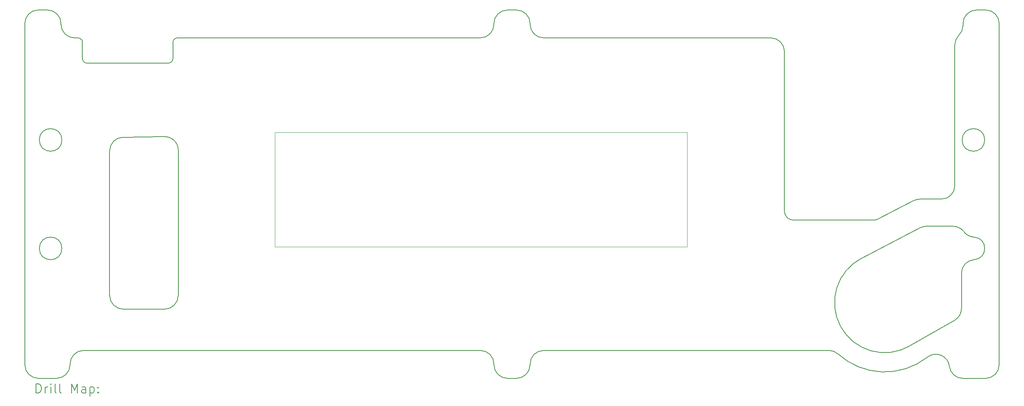
<source format=gbr>
%TF.GenerationSoftware,KiCad,Pcbnew,8.0.8*%
%TF.CreationDate,2025-03-15T17:30:19-07:00*%
%TF.ProjectId,Coil_Panel_XY,436f696c-5f50-4616-9e65-6c5f58592e6b,2.1*%
%TF.SameCoordinates,Original*%
%TF.FileFunction,Drillmap*%
%TF.FilePolarity,Positive*%
%FSLAX45Y45*%
G04 Gerber Fmt 4.5, Leading zero omitted, Abs format (unit mm)*
G04 Created by KiCad (PCBNEW 8.0.8) date 2025-03-15 17:30:19*
%MOMM*%
%LPD*%
G01*
G04 APERTURE LIST*
%ADD10C,0.200000*%
%ADD11C,0.100000*%
G04 APERTURE END LIST*
D10*
X16012163Y-12683600D02*
X16012163Y-12666100D01*
X24801787Y-12514371D02*
G75*
G02*
X22823237Y-12443994I-947637J1205771D01*
G01*
X16012163Y-12666100D02*
G75*
G02*
X16312163Y-12366093I300007J0D01*
G01*
X16312163Y-12366100D02*
X22621570Y-12366100D01*
X5937163Y-5451100D02*
G75*
G02*
X5637170Y-5151100I-3J299990D01*
G01*
X26067163Y-7708600D02*
G75*
G02*
X25567163Y-7708600I-250000J0D01*
G01*
X25567163Y-7708600D02*
G75*
G02*
X26067163Y-7708600I250000J0D01*
G01*
X5837163Y-12683600D02*
G75*
G02*
X5537163Y-12983593I-299993J0D01*
G01*
X7013483Y-7648990D02*
X7889632Y-7639092D01*
X5637163Y-5151100D02*
X5637163Y-5133600D01*
X8230400Y-11152390D02*
G75*
G02*
X7930393Y-11452390I-300000J0D01*
G01*
X16012163Y-12683600D02*
G75*
G02*
X15712163Y-12983593I-299993J0D01*
G01*
X15212163Y-5151100D02*
G75*
G02*
X14912163Y-5451093I-299993J0D01*
G01*
X14912163Y-12366100D02*
G75*
G02*
X15212170Y-12666100I-3J-300010D01*
G01*
X15712163Y-4833600D02*
X15512163Y-4833600D01*
X15512163Y-12983600D02*
X15712163Y-12983600D01*
X7930393Y-11452390D02*
X7013483Y-11452390D01*
X15212163Y-12666100D02*
X15212163Y-12683600D01*
X5837163Y-12666100D02*
G75*
G02*
X6137163Y-12366093I300007J0D01*
G01*
X15212163Y-5133600D02*
G75*
G02*
X15512163Y-4833593I300007J0D01*
G01*
X25583450Y-12983600D02*
X26087163Y-12983600D01*
X15512163Y-12983600D02*
G75*
G02*
X15212170Y-12683600I-3J299990D01*
G01*
X15712163Y-4833600D02*
G75*
G02*
X16012170Y-5133600I-3J-300010D01*
G01*
X14912163Y-5451100D02*
X8212163Y-5451100D01*
X16312163Y-5451100D02*
G75*
G02*
X16012170Y-5151100I-3J299990D01*
G01*
X8112163Y-5551100D02*
X8112163Y-5908600D01*
X8112163Y-5908600D02*
G75*
G02*
X8012163Y-6008593I-99993J0D01*
G01*
X6713483Y-7948990D02*
G75*
G02*
X7013483Y-7648983I300007J0D01*
G01*
X5137163Y-12983600D02*
G75*
G02*
X4837170Y-12683600I-3J299990D01*
G01*
X24780746Y-9618600D02*
X25366153Y-9618600D01*
X26087163Y-4833600D02*
G75*
G02*
X26387170Y-5133600I-3J-300010D01*
G01*
X16012163Y-5151100D02*
X16012163Y-5133600D01*
X4837163Y-5133600D02*
G75*
G02*
X5137163Y-4833593I300007J0D01*
G01*
X8112163Y-5551100D02*
G75*
G02*
X8212163Y-5451093I100007J0D01*
G01*
X6112163Y-5908600D02*
X6112163Y-5551100D01*
X6137163Y-12366100D02*
X14912163Y-12366100D01*
X25406649Y-5604911D02*
G75*
G02*
X25496905Y-5390416I300001J1D01*
G01*
X6012163Y-5451100D02*
X5937163Y-5451100D01*
X24496549Y-9052225D02*
G75*
G02*
X24634551Y-9018598I138001J-266355D01*
G01*
X25366153Y-9618600D02*
G75*
G02*
X25606452Y-9738997I-3J-300010D01*
G01*
X25552649Y-11439572D02*
G75*
G02*
X25401581Y-11699996I-300009J2D01*
G01*
X23590801Y-9483600D02*
X21837163Y-9483600D01*
X25587163Y-5133600D02*
G75*
G02*
X25887163Y-4833593I300007J0D01*
G01*
X25401580Y-11699994D02*
X24404184Y-12270391D01*
X15212163Y-5133600D02*
X15212163Y-5151100D01*
X25830611Y-9858962D02*
G75*
G02*
X25833293Y-10358079I-13451J-249638D01*
G01*
X7889632Y-7639092D02*
G75*
G02*
X8231481Y-7937393I40768J-298308D01*
G01*
X6713483Y-11152390D02*
X6713483Y-7948990D01*
X26387163Y-12683600D02*
G75*
G02*
X26087163Y-12983593I-299993J0D01*
G01*
X5337163Y-4833600D02*
G75*
G02*
X5637170Y-5133600I-3J-300010D01*
G01*
X25552649Y-10657454D02*
G75*
G02*
X25833293Y-10358083I299991J4D01*
G01*
X25587163Y-5175922D02*
G75*
G02*
X25496906Y-5390416I-300003J2D01*
G01*
X25830611Y-9858962D02*
G75*
G02*
X25606449Y-9739000I16149J299592D01*
G01*
X25406649Y-5604911D02*
X25406649Y-8718600D01*
X25106649Y-9018600D02*
X24634551Y-9018600D01*
X8012163Y-6008600D02*
X6212163Y-6008600D01*
X5657163Y-7708600D02*
G75*
G02*
X5157163Y-7708600I-250000J0D01*
G01*
X5157163Y-7708600D02*
G75*
G02*
X5657163Y-7708600I250000J0D01*
G01*
X22621570Y-12366100D02*
G75*
G02*
X22823236Y-12443996I10J-299970D01*
G01*
X25552649Y-10657454D02*
X25552649Y-11439572D01*
X25587163Y-5133600D02*
X25587163Y-5175922D01*
X7013483Y-11452390D02*
G75*
G02*
X6713490Y-11152390I-3J299990D01*
G01*
X23344479Y-10324823D02*
X24642744Y-9652225D01*
X25406649Y-8718600D02*
G75*
G02*
X25106649Y-9018599I-299999J0D01*
G01*
X4837163Y-5133600D02*
X4837163Y-12683600D01*
X5137163Y-12983600D02*
X5537163Y-12983600D01*
X24404184Y-12270391D02*
G75*
G02*
X23344480Y-10324824I-550034J961791D01*
G01*
X21637163Y-9283600D02*
X21637163Y-5751100D01*
X26387163Y-12683600D02*
X26387163Y-5133600D01*
X6012163Y-5451100D02*
G75*
G02*
X6112170Y-5551100I-3J-100010D01*
G01*
X24496549Y-9052225D02*
X23728803Y-9449975D01*
X6212163Y-6008600D02*
G75*
G02*
X6112170Y-5908600I-3J99990D01*
G01*
X5837163Y-12683600D02*
X5837163Y-12666100D01*
X23728803Y-9449975D02*
G75*
G02*
X23590801Y-9483599I-138003J266395D01*
G01*
X24801787Y-12514371D02*
G75*
G02*
X25285306Y-12716922I185373J-235879D01*
G01*
X25583450Y-12983600D02*
G75*
G02*
X25285307Y-12716922I10J300010D01*
G01*
X21337163Y-5451100D02*
X16312163Y-5451100D01*
X21337163Y-5451100D02*
G75*
G02*
X21637170Y-5751100I-3J-300010D01*
G01*
X5337163Y-4833600D02*
X5137163Y-4833600D01*
X5657163Y-10108600D02*
G75*
G02*
X5157163Y-10108600I-250000J0D01*
G01*
X5157163Y-10108600D02*
G75*
G02*
X5657163Y-10108600I250000J0D01*
G01*
X26087163Y-4833600D02*
X25887163Y-4833600D01*
D11*
X10363200Y-7543800D02*
X19488070Y-7543800D01*
X19488070Y-10074163D01*
X10363200Y-10074163D01*
X10363200Y-7543800D01*
D10*
X21837163Y-9483600D02*
G75*
G02*
X21637170Y-9283600I-3J199990D01*
G01*
X24642744Y-9652225D02*
G75*
G02*
X24780746Y-9618602I138006J-266405D01*
G01*
X8231481Y-7937393D02*
X8230400Y-11152390D01*
X5087940Y-13305084D02*
X5087940Y-13105084D01*
X5087940Y-13105084D02*
X5135559Y-13105084D01*
X5135559Y-13105084D02*
X5164130Y-13114608D01*
X5164130Y-13114608D02*
X5183178Y-13133655D01*
X5183178Y-13133655D02*
X5192702Y-13152703D01*
X5192702Y-13152703D02*
X5202226Y-13190798D01*
X5202226Y-13190798D02*
X5202226Y-13219369D01*
X5202226Y-13219369D02*
X5192702Y-13257465D01*
X5192702Y-13257465D02*
X5183178Y-13276512D01*
X5183178Y-13276512D02*
X5164130Y-13295560D01*
X5164130Y-13295560D02*
X5135559Y-13305084D01*
X5135559Y-13305084D02*
X5087940Y-13305084D01*
X5287940Y-13305084D02*
X5287940Y-13171750D01*
X5287940Y-13209846D02*
X5297464Y-13190798D01*
X5297464Y-13190798D02*
X5306988Y-13181274D01*
X5306988Y-13181274D02*
X5326035Y-13171750D01*
X5326035Y-13171750D02*
X5345083Y-13171750D01*
X5411749Y-13305084D02*
X5411749Y-13171750D01*
X5411749Y-13105084D02*
X5402226Y-13114608D01*
X5402226Y-13114608D02*
X5411749Y-13124131D01*
X5411749Y-13124131D02*
X5421273Y-13114608D01*
X5421273Y-13114608D02*
X5411749Y-13105084D01*
X5411749Y-13105084D02*
X5411749Y-13124131D01*
X5535559Y-13305084D02*
X5516511Y-13295560D01*
X5516511Y-13295560D02*
X5506988Y-13276512D01*
X5506988Y-13276512D02*
X5506988Y-13105084D01*
X5640321Y-13305084D02*
X5621273Y-13295560D01*
X5621273Y-13295560D02*
X5611749Y-13276512D01*
X5611749Y-13276512D02*
X5611749Y-13105084D01*
X5868892Y-13305084D02*
X5868892Y-13105084D01*
X5868892Y-13105084D02*
X5935559Y-13247941D01*
X5935559Y-13247941D02*
X6002226Y-13105084D01*
X6002226Y-13105084D02*
X6002226Y-13305084D01*
X6183178Y-13305084D02*
X6183178Y-13200322D01*
X6183178Y-13200322D02*
X6173654Y-13181274D01*
X6173654Y-13181274D02*
X6154607Y-13171750D01*
X6154607Y-13171750D02*
X6116511Y-13171750D01*
X6116511Y-13171750D02*
X6097464Y-13181274D01*
X6183178Y-13295560D02*
X6164130Y-13305084D01*
X6164130Y-13305084D02*
X6116511Y-13305084D01*
X6116511Y-13305084D02*
X6097464Y-13295560D01*
X6097464Y-13295560D02*
X6087940Y-13276512D01*
X6087940Y-13276512D02*
X6087940Y-13257465D01*
X6087940Y-13257465D02*
X6097464Y-13238417D01*
X6097464Y-13238417D02*
X6116511Y-13228893D01*
X6116511Y-13228893D02*
X6164130Y-13228893D01*
X6164130Y-13228893D02*
X6183178Y-13219369D01*
X6278416Y-13171750D02*
X6278416Y-13371750D01*
X6278416Y-13181274D02*
X6297464Y-13171750D01*
X6297464Y-13171750D02*
X6335559Y-13171750D01*
X6335559Y-13171750D02*
X6354607Y-13181274D01*
X6354607Y-13181274D02*
X6364130Y-13190798D01*
X6364130Y-13190798D02*
X6373654Y-13209846D01*
X6373654Y-13209846D02*
X6373654Y-13266988D01*
X6373654Y-13266988D02*
X6364130Y-13286036D01*
X6364130Y-13286036D02*
X6354607Y-13295560D01*
X6354607Y-13295560D02*
X6335559Y-13305084D01*
X6335559Y-13305084D02*
X6297464Y-13305084D01*
X6297464Y-13305084D02*
X6278416Y-13295560D01*
X6459368Y-13286036D02*
X6468892Y-13295560D01*
X6468892Y-13295560D02*
X6459368Y-13305084D01*
X6459368Y-13305084D02*
X6449845Y-13295560D01*
X6449845Y-13295560D02*
X6459368Y-13286036D01*
X6459368Y-13286036D02*
X6459368Y-13305084D01*
X6459368Y-13181274D02*
X6468892Y-13190798D01*
X6468892Y-13190798D02*
X6459368Y-13200322D01*
X6459368Y-13200322D02*
X6449845Y-13190798D01*
X6449845Y-13190798D02*
X6459368Y-13181274D01*
X6459368Y-13181274D02*
X6459368Y-13200322D01*
M02*

</source>
